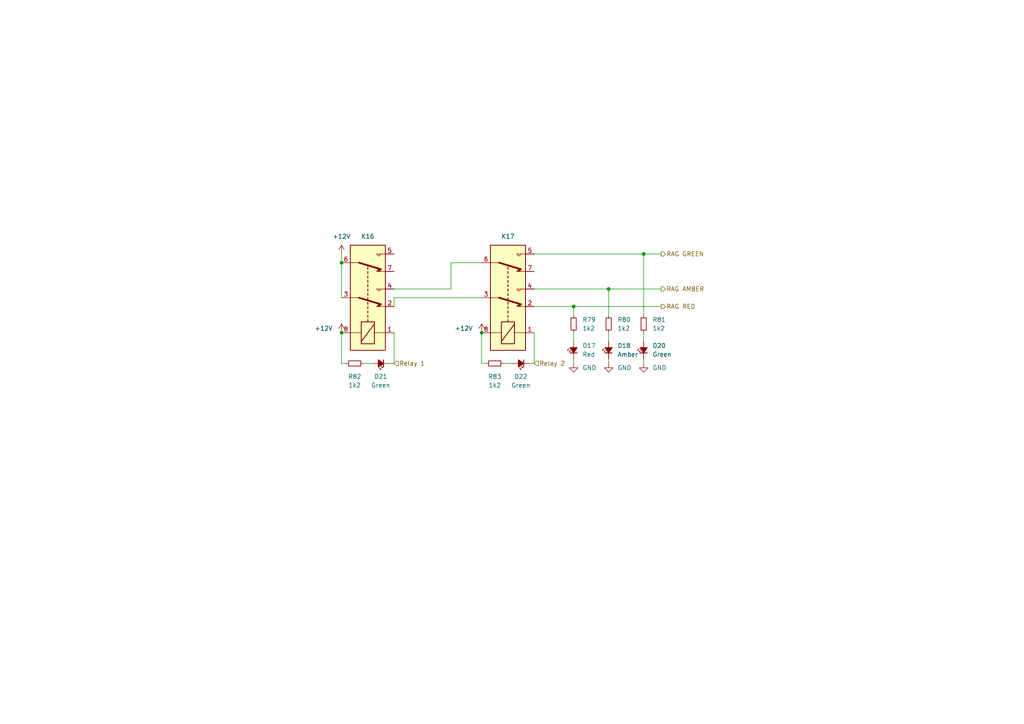
<source format=kicad_sch>
(kicad_sch (version 20211123) (generator eeschema)
  (paper "A4")
  (lib_symbols
    (symbol "Device:LED_Small_Filled" (pin_numbers hide) (pin_names (offset 0.254) hide)
      (property "Reference" "D" (at -1.27 3.175 0))
      (property "Value" "LED_Small_Filled" (at -4.445 -2.54 0))
      (symbol "LED_Small_Filled_0_1"
        (polyline (pts (xy -0.762 -1.016) (xy -0.762 1.016)) (stroke (width 0.254)))
        (polyline (pts (xy 1.016 0) (xy -0.762 0)))
        (polyline (pts (xy 0.762 -1.016) (xy -0.762 0) (xy 0.762 1.016) (xy 0.762 -1.016)) (stroke (width 0.254)) (fill (type outline)))
        (polyline (pts (xy 0 0.762) (xy -0.508 1.27) (xy -0.254 1.27) (xy -0.508 1.27) (xy -0.508 1.016)))
        (polyline (pts (xy 0.508 1.27) (xy 0 1.778) (xy 0.254 1.778) (xy 0 1.778) (xy 0 1.524)))
      )
      (symbol "LED_Small_Filled_1_1"
        (pin passive line (at -2.54 0 0) (length 1.778) (name "K") (number "1"))
        (pin passive line (at 2.54 0 180) (length 1.778) (name "A") (number "2"))
      )
    )
    (symbol "Device:R_Small" (pin_numbers hide) (pin_names (offset 0.254) hide)
      (property "Reference" "R" (at 0.762 0.508 0))
      (property "Value" "R_Small" (at 0.762 -1.016 0))
      (symbol "R_Small_0_1"
        (rectangle (start -0.762 1.778) (end 0.762 -1.778) (stroke (width 0.2032)))
      )
      (symbol "R_Small_1_1"
        (pin passive line (at 0 2.54 270) (length 0.762) (name "~") (number "1"))
        (pin passive line (at 0 -2.54 90) (length 0.762) (name "~") (number "2"))
      )
    )
    (symbol "Relay:G2RL-2-DC24"
      (property "Reference" "RL" (at 16.51 3.81 0))
      (property "Value" "G2RL-2-DC24" (at 16.51 1.27 0))
      (symbol "G2RL-2-DC24_0_1"
        (rectangle (start -15.24 5.08) (end 15.24 -5.08) (stroke (width 0.254)) (fill (type background)))
        (rectangle (start -13.335 1.905) (end -6.985 -1.905) (stroke (width 0.254)))
        (polyline (pts (xy -12.7 -1.905) (xy -7.62 1.905)) (stroke (width 0.254)))
        (polyline (pts (xy -10.16 -5.08) (xy -10.16 -1.905)))
        (polyline (pts (xy -10.16 5.08) (xy -10.16 1.905)))
        (polyline (pts (xy -6.985 0) (xy -6.35 0)) (stroke (width 0.254)))
        (polyline (pts (xy -5.715 0) (xy -5.08 0)) (stroke (width 0.254)))
        (polyline (pts (xy -4.445 0) (xy -3.81 0)) (stroke (width 0.254)))
        (polyline (pts (xy -3.175 0) (xy -2.54 0)) (stroke (width 0.254)))
        (polyline (pts (xy -1.905 0) (xy -1.27 0)) (stroke (width 0.254)))
        (polyline (pts (xy -0.635 0) (xy 0 0)) (stroke (width 0.254)))
        (polyline (pts (xy 0 -2.54) (xy -1.905 3.81)) (stroke (width 0.508)))
        (polyline (pts (xy 0 -2.54) (xy 0 -5.08)))
        (polyline (pts (xy 0.635 0) (xy 1.27 0)) (stroke (width 0.254)))
        (polyline (pts (xy 1.905 0) (xy 2.54 0)) (stroke (width 0.254)))
        (polyline (pts (xy 3.175 0) (xy 3.81 0)) (stroke (width 0.254)))
        (polyline (pts (xy 4.445 0) (xy 5.08 0)) (stroke (width 0.254)))
        (polyline (pts (xy 5.715 0) (xy 6.35 0)) (stroke (width 0.254)))
        (polyline (pts (xy 6.985 0) (xy 7.62 0)) (stroke (width 0.254)))
        (polyline (pts (xy 8.255 0) (xy 8.89 0)) (stroke (width 0.254)))
        (polyline (pts (xy 10.16 -2.54) (xy 8.255 3.81)) (stroke (width 0.508)))
        (polyline (pts (xy 10.16 -2.54) (xy 10.16 -5.08)))
        (polyline (pts (xy -2.54 5.08) (xy -2.54 2.54) (xy -1.905 3.175) (xy -2.54 3.81)) (fill (type outline)))
        (polyline (pts (xy 2.54 5.08) (xy 2.54 2.54) (xy 1.905 3.175) (xy 2.54 3.81)))
        (polyline (pts (xy 7.62 5.08) (xy 7.62 2.54) (xy 8.255 3.175) (xy 7.62 3.81)) (fill (type outline)))
        (polyline (pts (xy 12.7 5.08) (xy 12.7 2.54) (xy 12.065 3.175) (xy 12.7 3.81)))
      )
      (symbol "G2RL-2-DC24_1_1"
        (pin passive line (at -10.16 7.62 270) (length 2.54) (name "~") (number "1"))
        (pin passive line (at -2.54 7.62 270) (length 2.54) (name "~") (number "2"))
        (pin passive line (at 0 -7.62 90) (length 2.54) (name "~") (number "3"))
        (pin passive line (at 2.54 7.62 270) (length 2.54) (name "~") (number "4"))
        (pin passive line (at 12.7 7.62 270) (length 2.54) (name "~") (number "5"))
        (pin passive line (at 10.16 -7.62 90) (length 2.54) (name "~") (number "6"))
        (pin passive line (at 7.62 7.62 270) (length 2.54) (name "~") (number "7"))
        (pin passive line (at -10.16 -7.62 90) (length 2.54) (name "~") (number "8"))
      )
    )
    (symbol "power:+12V" (power) (pin_names (offset 0))
      (property "Value" "+12V" (at 0 3.556 0))
      (symbol "+12V_0_1"
        (polyline (pts (xy -0.762 1.27) (xy 0 2.54)))
        (polyline (pts (xy 0 0) (xy 0 2.54)))
        (polyline (pts (xy 0 2.54) (xy 0.762 1.27)))
      )
      (symbol "+12V_1_1"
        (pin power_in line (at 0 0 90) (length 0) hide (name "+12V") (number "1"))
      )
    )
    (symbol "power:GND" (power) (pin_names (offset 0))
      (property "Value" "GND" (at 0 -3.81 0))
      (symbol "GND_0_1"
        (polyline (pts (xy 0 0) (xy 0 -1.27) (xy 1.27 -1.27) (xy 0 -2.54) (xy -1.27 -1.27) (xy 0 -1.27)))
      )
      (symbol "GND_1_1"
        (pin power_in line (at 0 0 270) (length 0) hide (name "GND") (number "1"))
      )
    )
  )
  (junction (at 186.69 73.66))
  (junction (at 166.37 88.9))
  (junction (at 99.06 76.2))
  (junction (at 139.7 96.52))
  (junction (at 99.06 96.52))
  (junction (at 176.53 83.82))
  (wire (pts (xy 154.94 88.9) (xy 166.37 88.9)))
  (wire (pts (xy 99.06 76.2) (xy 99.06 86.36)))
  (wire (pts (xy 186.69 104.14) (xy 186.69 105.41)))
  (wire (pts (xy 99.06 73.66) (xy 99.06 76.2)))
  (wire (pts (xy 114.3 86.36) (xy 114.3 88.9)))
  (wire (pts (xy 154.94 105.41) (xy 153.67 105.41)))
  (wire (pts (xy 176.53 104.14) (xy 176.53 105.41)))
  (wire (pts (xy 130.81 83.82) (xy 114.3 83.82)))
  (wire (pts (xy 105.41 105.41) (xy 107.95 105.41)))
  (wire (pts (xy 99.06 105.41) (xy 99.06 96.52)))
  (wire (pts (xy 166.37 104.14) (xy 166.37 105.41)))
  (wire (pts (xy 176.53 83.82) (xy 176.53 91.44)))
  (wire (pts (xy 176.53 96.52) (xy 176.53 99.06)))
  (wire (pts (xy 186.69 73.66) (xy 186.69 91.44)))
  (wire (pts (xy 140.97 105.41) (xy 139.7 105.41)))
  (wire (pts (xy 166.37 88.9) (xy 166.37 91.44)))
  (wire (pts (xy 191.77 83.82) (xy 176.53 83.82)))
  (wire (pts (xy 139.7 76.2) (xy 130.81 76.2)))
  (wire (pts (xy 154.94 105.41) (xy 154.94 96.52)))
  (wire (pts (xy 139.7 86.36) (xy 114.3 86.36)))
  (wire (pts (xy 166.37 96.52) (xy 166.37 99.06)))
  (wire (pts (xy 100.33 105.41) (xy 99.06 105.41)))
  (wire (pts (xy 146.05 105.41) (xy 148.59 105.41)))
  (wire (pts (xy 186.69 73.66) (xy 191.77 73.66)))
  (wire (pts (xy 114.3 105.41) (xy 113.03 105.41)))
  (wire (pts (xy 176.53 83.82) (xy 154.94 83.82)))
  (wire (pts (xy 130.81 76.2) (xy 130.81 83.82)))
  (wire (pts (xy 154.94 73.66) (xy 186.69 73.66)))
  (wire (pts (xy 166.37 88.9) (xy 191.77 88.9)))
  (wire (pts (xy 139.7 105.41) (xy 139.7 96.52)))
  (wire (pts (xy 186.69 96.52) (xy 186.69 99.06)))
  (wire (pts (xy 114.3 96.52) (xy 114.3 105.41)))
  (hierarchical_label "RAG GREEN" (shape output) (at 191.77 73.66 0))
  (hierarchical_label "Relay 1" (shape input) (at 114.3 105.41 0))
  (hierarchical_label "Relay 2" (shape input) (at 154.94 105.41 0))
  (hierarchical_label "RAG AMBER" (shape output) (at 191.77 83.82 0))
  (hierarchical_label "RAG RED" (shape output) (at 191.77 88.9 0))
  (symbol (lib_id "Device:R_Small") (at 166.37 93.98 0) (unit 1)
    (property "Reference" "R79" (at 168.91 92.7099 0) (effects (justify left)))
    (property "Value" "1k2" (at 168.91 95.2499 0) (effects (justify left)))
    (property "Footprint" "Resistor_SMD:R_1206_3216Metric_Pad1.30x1.75mm_HandSolder" (effects hide))
    (property "Datasheet" "https://industrial.panasonic.com/ww/products/pt/general-purpose-chip-resistors/models/ERJ6GEYJ681V" (effects hide))
    (property "Manufacturer" "Panasonic Electronics Company" (effects hide))
  )
  (symbol (lib_id "Device:LED_Small_Filled") (at 166.37 101.6 90) (unit 1)
    (property "Reference" "D17" (at 168.91 100.2664 90) (effects (justify right)))
    (property "Value" "Red" (at 168.91 102.8064 90) (effects (justify right)))
    (property "Footprint" "Diode_SMD:D_1206_3216Metric_Pad1.42x1.75mm_HandSolder" (effects hide))
    (property "Datasheet" "https://www.we-online.com/katalog/datasheet/150080VS75000.pdf" (effects hide))
    (property "DigiKey #" "732-4992-1-ND" (effects hide))
    (property "Manufacturer #" "150120SS75000" (effects hide))
    (property "Manufacturer" "Würth Elektronik" (effects hide))
    (property "RS #" "8154237P" (effects hide))
    (property "Description" "Red 630nm LED Indication - Discrete 1.9V 1206 (3216 Metric)" (effects hide))
  )
  (symbol (lib_id "Device:R_Small") (at 143.51 105.41 90) (unit 1)
    (property "Reference" "R83" (at 143.51 109.22 90))
    (property "Value" "1k2" (at 143.51 111.76 90))
    (property "Footprint" "Resistor_SMD:R_1206_3216Metric_Pad1.30x1.75mm_HandSolder" (effects hide))
    (property "Datasheet" "https://industrial.panasonic.com/ww/products/pt/general-purpose-chip-resistors/models/ERJ6GEYJ681V" (effects hide))
    (property "Manufacturer" "Panasonic Electronics Company" (effects hide))
  )
  (symbol (lib_id "power:GND") (at 176.53 105.41 0) (unit 1)
    (property "Reference" "#PWR0413" (effects hide))
    (property "Value" "GND" (at 179.07 106.6799 0) (effects (justify left)))
  )
  (symbol (lib_id "Device:R_Small") (at 176.53 93.98 0) (unit 1)
    (property "Reference" "R80" (at 179.07 92.7099 0) (effects (justify left)))
    (property "Value" "1k2" (at 179.07 95.2499 0) (effects (justify left)))
    (property "Footprint" "Resistor_SMD:R_1206_3216Metric_Pad1.30x1.75mm_HandSolder" (effects hide))
    (property "Datasheet" "https://industrial.panasonic.com/ww/products/pt/general-purpose-chip-resistors/models/ERJ6GEYJ681V" (effects hide))
    (property "Manufacturer" "Panasonic Electronics Company" (effects hide))
  )
  (symbol (lib_id "Relay:G2RL-2-DC24") (at 106.68 86.36 270) (mirror x) (unit 1)
    (property "Reference" "K16" (at 106.68 68.58 90))
    (property "Footprint" "Relay_THT:Relay_DPDT_Omron_G6K-2P" (effects hide))
    (property "Datasheet" "https://omronfs.omron.com/en_US/ecb/products/pdf/en-g6k.pdf" (effects hide))
    (property "DigiKey #" "Z117-ND" (effects hide))
    (property "Manufacture" "Omron Electronics Inc-EMC Div" (effects hide))
    (property "Manufacturer #" "G6K-2P DC12" (effects hide))
  )
  (symbol (lib_id "Device:R_Small") (at 186.69 93.98 0) (unit 1)
    (property "Reference" "R81" (at 189.23 92.7099 0) (effects (justify left)))
    (property "Value" "1k2" (at 189.23 95.2499 0) (effects (justify left)))
    (property "Footprint" "Resistor_SMD:R_1206_3216Metric_Pad1.30x1.75mm_HandSolder" (effects hide))
    (property "Datasheet" "https://industrial.panasonic.com/ww/products/pt/general-purpose-chip-resistors/models/ERJ6GEYJ681V" (effects hide))
    (property "Manufacturer" "Panasonic Electronics Company" (effects hide))
  )
  (symbol (lib_id "power:+12V") (at 139.7 96.52 0) (unit 1)
    (property "Reference" "#PWR0409" (effects hide))
    (property "Value" "+12V" (at 137.16 95.2499 0) (effects (justify right)))
  )
  (symbol (lib_id "Device:LED_Small_Filled") (at 151.13 105.41 180) (unit 1)
    (property "Reference" "D22" (at 151.0665 109.22 0))
    (property "Value" "Green" (at 151.0665 111.76 0))
    (property "Footprint" "Diode_SMD:D_1206_3216Metric_Pad1.42x1.75mm_HandSolder" (effects hide))
    (property "Datasheet" "https://www.we-online.com/katalog/datasheet/150080VS75000.pdf" (effects hide))
    (property "DigiKey #" "732-4993-1-ND" (effects hide))
    (property "Manufacturer #" "150120VS75000" (effects hide))
    (property "Manufacturer" "Würth Elektronik" (effects hide))
    (property "RS #" "8154237P" (effects hide))
    (property "Description" "Green 570nm LED Indication - Discrete 2V 1206 (3216 Metric)" (effects hide))
  )
  (symbol (lib_id "Device:LED_Small_Filled") (at 186.69 101.6 90) (unit 1)
    (property "Reference" "D20" (at 189.23 100.2664 90) (effects (justify right)))
    (property "Value" "Green" (at 189.23 102.8064 90) (effects (justify right)))
    (property "Footprint" "Diode_SMD:D_1206_3216Metric_Pad1.42x1.75mm_HandSolder" (effects hide))
    (property "Datasheet" "https://www.we-online.com/katalog/datasheet/150080VS75000.pdf" (effects hide))
    (property "DigiKey #" "732-4993-1-ND" (effects hide))
    (property "Manufacturer #" "150120VS75000" (effects hide))
    (property "Manufacturer" "Würth Elektronik" (effects hide))
    (property "RS #" "8154237P" (effects hide))
    (property "Description" "Green 570nm LED Indication - Discrete 2V 1206 (3216 Metric)" (effects hide))
  )
  (symbol (lib_id "Device:LED_Small_Filled") (at 110.49 105.41 180) (unit 1)
    (property "Reference" "D21" (at 110.4265 109.22 0))
    (property "Value" "Green" (at 110.4265 111.76 0))
    (property "Footprint" "Diode_SMD:D_1206_3216Metric_Pad1.42x1.75mm_HandSolder" (effects hide))
    (property "Datasheet" "https://www.we-online.com/katalog/datasheet/150080VS75000.pdf" (effects hide))
    (property "DigiKey #" "732-4993-1-ND" (effects hide))
    (property "Manufacturer #" "150120VS75000" (effects hide))
    (property "Manufacturer" "Würth Elektronik" (effects hide))
    (property "RS #" "8154237P" (effects hide))
    (property "Description" "Green 570nm LED Indication - Discrete 2V 1206 (3216 Metric)" (effects hide))
  )
  (symbol (lib_id "power:+12V") (at 99.06 73.66 0) (unit 1)
    (property "Reference" "#PWR0410" (effects hide))
    (property "Value" "+12V" (at 99.06 68.58 0))
  )
  (symbol (lib_id "power:+12V") (at 99.06 96.52 0) (unit 1)
    (property "Reference" "#PWR0411" (effects hide))
    (property "Value" "+12V" (at 96.52 95.2499 0) (effects (justify right)))
  )
  (symbol (lib_id "Device:R_Small") (at 102.87 105.41 90) (unit 1)
    (property "Reference" "R82" (at 102.87 109.22 90))
    (property "Value" "1k2" (at 102.87 111.76 90))
    (property "Footprint" "Resistor_SMD:R_1206_3216Metric_Pad1.30x1.75mm_HandSolder" (effects hide))
    (property "Datasheet" "https://industrial.panasonic.com/ww/products/pt/general-purpose-chip-resistors/models/ERJ6GEYJ681V" (effects hide))
    (property "Manufacturer" "Panasonic Electronics Company" (effects hide))
  )
  (symbol (lib_id "Device:LED_Small_Filled") (at 176.53 101.6 90) (unit 1)
    (property "Reference" "D18" (at 179.07 100.2664 90) (effects (justify right)))
    (property "Value" "Amber" (at 179.07 102.8064 90) (effects (justify right)))
    (property "Footprint" "Diode_SMD:D_1206_3216Metric_Pad1.42x1.75mm_HandSolder" (effects hide))
    (property "Datasheet" "https://www.we-online.com/katalog/datasheet/150080VS75000.pdf" (effects hide))
    (property "DigiKey #" "732-4988-1-ND" (effects hide))
    (property "Manufacturer #" "150120AS75000" (effects hide))
    (property "Manufacturer" "Würth Elektronik" (effects hide))
    (property "RS #" "8154237P" (effects hide))
    (property "Description" "Amber 605nm LED Indication - Discrete 2V 1206 (3216 Metric)" (effects hide))
  )
  (symbol (lib_id "power:GND") (at 166.37 105.41 0) (unit 1)
    (property "Reference" "#PWR0414" (effects hide))
    (property "Value" "GND" (at 168.91 106.6799 0) (effects (justify left)))
  )
  (symbol (lib_id "Relay:G2RL-2-DC24") (at 147.32 86.36 270) (mirror x) (unit 1)
    (property "Reference" "K17" (at 147.32 68.58 90))
    (property "Footprint" "Relay_THT:Relay_DPDT_Omron_G6K-2P" (effects hide))
    (property "Datasheet" "https://omronfs.omron.com/en_US/ecb/products/pdf/en-g6k.pdf" (effects hide))
    (property "DigiKey #" "Z117-ND" (effects hide))
    (property "Manufacture" "Omron Electronics Inc-EMC Div" (effects hide))
    (property "Manufacturer #" "G6K-2P DC12" (effects hide))
  )
  (symbol (lib_id "power:GND") (at 186.69 105.41 0) (unit 1)
    (property "Reference" "#PWR0412" (effects hide))
    (property "Value" "GND" (at 189.23 106.6799 0) (effects (justify left)))
  )
)
</source>
